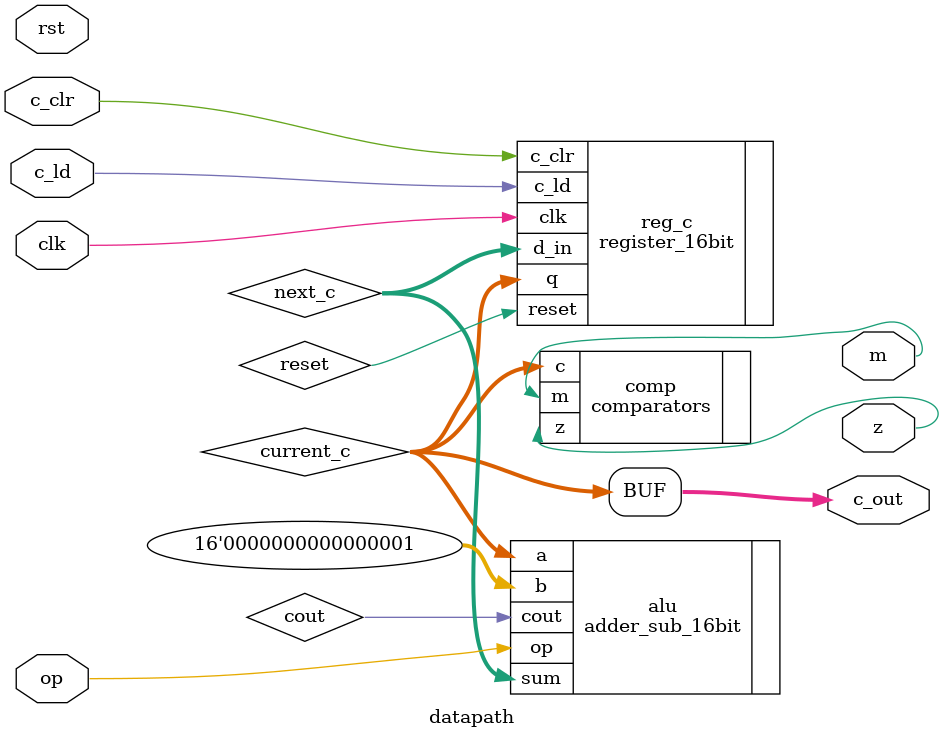
<source format=v>
module datapath(
    input clk,
    input rst,
    
    //Sinais de controle
    input op,
    input c_ld,
    input c_clr,

    //Sinais de status
    output z, m, //flags zero e maximo

    //Saída de dados do sistema
    output [15:0] c_out // contador
);


    wire [15:0] current_c;
    wire [15:0] next_c;
    wire cout;

    //Registrador c
    register_16bit reg_c(
        .clk(clk),
        .reset(reset),
        .c_ld(c_ld),
        .c_clr(c_clr),
        .d_in(next_c),
        .q(current_c)
    );

//Somador e subtrator
    adder_sub_16bit alu(
        .a(current_c),
        .b(16'b1),
        .op(op),
        .sum(next_c),
        .cout(cout)
    );

//Comparadores
    comparators comp(
        .c(current_c),
        .z(z),
        .m(m)
    );

    //Saída
    assign c_out = current_c;


endmodule
</source>
